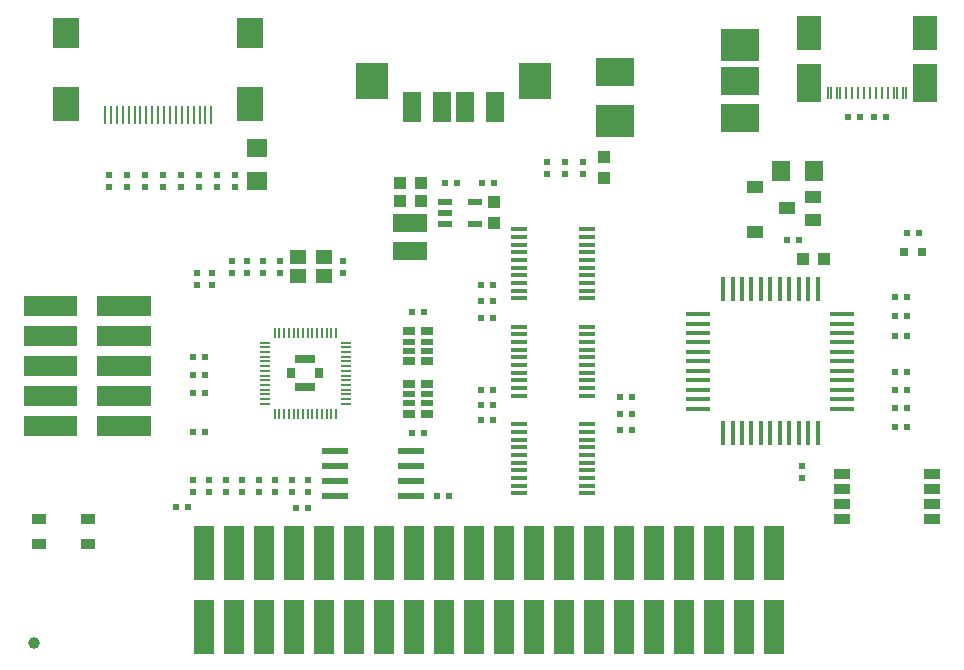
<source format=gbr>
G04 #@! TF.GenerationSoftware,KiCad,Pcbnew,5.1.0-rc2-unknown-036be7d~80~ubuntu16.04.1*
G04 #@! TF.CreationDate,2023-08-29T11:39:43+03:00*
G04 #@! TF.ProjectId,Neo6502_Rev_B,4e656f36-3530-4325-9f52-65765f422e6b,B*
G04 #@! TF.SameCoordinates,Original*
G04 #@! TF.FileFunction,Paste,Top*
G04 #@! TF.FilePolarity,Positive*
%FSLAX46Y46*%
G04 Gerber Fmt 4.6, Leading zero omitted, Abs format (unit mm)*
G04 Created by KiCad (PCBNEW 5.1.0-rc2-unknown-036be7d~80~ubuntu16.04.1) date 2023-08-29 11:39:43*
%MOMM*%
%LPD*%
G04 APERTURE LIST*
%ADD10R,0.280000X1.130000*%
%ADD11R,0.230000X1.130000*%
%ADD12R,2.100000X3.200000*%
%ADD13R,2.100000X3.000000*%
%ADD14R,2.800000X3.100000*%
%ADD15R,1.500000X2.500000*%
%ADD16R,2.300000X3.000000*%
%ADD17R,2.300000X2.600000*%
%ADD18R,0.230000X1.580000*%
%ADD19R,1.700000X4.550000*%
%ADD20C,1.700000*%
%ADD21C,0.100000*%
%ADD22R,3.253999X2.354000*%
%ADD23R,3.253999X2.754000*%
%ADD24R,0.550000X0.500000*%
%ADD25R,0.800000X0.800000*%
%ADD26R,0.500000X0.550000*%
%ADD27R,1.016000X1.016000*%
%ADD28R,1.400000X1.000000*%
%ADD29R,1.304000X0.904000*%
%ADD30R,1.800000X1.600000*%
%ADD31R,3.000000X1.600000*%
%ADD32R,1.400000X1.200000*%
%ADD33R,1.016000X0.762000*%
%ADD34R,1.016000X0.508000*%
%ADD35R,2.200000X0.600000*%
%ADD36R,1.700000X0.800000*%
%ADD37R,0.800000X0.949200*%
%ADD38R,0.886000X0.211000*%
%ADD39R,0.211000X0.886000*%
%ADD40R,1.200000X0.550000*%
%ADD41R,1.400000X0.350000*%
%ADD42R,1.524000X1.778000*%
%ADD43C,1.000000*%
%ADD44R,2.000000X0.400000*%
%ADD45R,0.400000X2.000000*%
%ADD46R,1.470000X0.960000*%
G04 APERTURE END LIST*
D10*
X168675000Y-71932000D03*
X175325000Y-71932000D03*
X168925000Y-71932000D03*
X175075000Y-71932000D03*
X169475000Y-71932000D03*
X174525000Y-71932000D03*
X169725000Y-71932000D03*
X174275000Y-71932000D03*
D11*
X172250000Y-71932000D03*
X171250000Y-71932000D03*
X170750000Y-71932000D03*
X171750000Y-71932000D03*
X170250000Y-71932000D03*
X172750000Y-71932000D03*
X173250000Y-71932000D03*
X173750000Y-71932000D03*
D12*
X176927600Y-71030000D03*
D13*
X176927600Y-66850000D03*
D12*
X167072400Y-71030000D03*
D13*
X167072400Y-66850000D03*
D14*
X130100000Y-70850000D03*
X143900000Y-70850000D03*
D15*
X133500000Y-73050000D03*
X136000000Y-73050000D03*
X138000000Y-73050000D03*
X140500000Y-73050000D03*
D16*
X119800000Y-72850000D03*
D17*
X119800000Y-66800000D03*
X104200000Y-66800000D03*
D16*
X104200000Y-72850000D03*
D18*
X116500000Y-73800000D03*
X116000000Y-73800000D03*
X115500000Y-73800000D03*
X115000000Y-73800000D03*
X114500000Y-73800000D03*
X114000000Y-73800000D03*
X113500000Y-73800000D03*
X113000000Y-73800000D03*
X112500000Y-73800000D03*
X112000000Y-73800000D03*
X111500000Y-73800000D03*
X111000000Y-73800000D03*
X110500000Y-73800000D03*
X110000000Y-73800000D03*
X109500000Y-73800000D03*
X109000000Y-73800000D03*
X108500000Y-73800000D03*
X108000000Y-73800000D03*
X107500000Y-73800000D03*
D19*
X164130000Y-110875000D03*
X161590000Y-110875000D03*
X159050000Y-110875000D03*
X156510000Y-110875000D03*
X153970000Y-110875000D03*
X151430000Y-110875000D03*
X148890000Y-110875000D03*
X146350000Y-110875000D03*
X143810000Y-110875000D03*
X141270000Y-110875000D03*
X115870000Y-110875000D03*
X118410000Y-110875000D03*
X120950000Y-110875000D03*
X123490000Y-110875000D03*
X126030000Y-110875000D03*
X128570000Y-110875000D03*
X131110000Y-110875000D03*
X133650000Y-110875000D03*
X136190000Y-110875000D03*
X136190000Y-117125000D03*
X138730000Y-117125000D03*
X164130000Y-117125000D03*
X161590000Y-117125000D03*
X159050000Y-117125000D03*
X156510000Y-117125000D03*
X153970000Y-117125000D03*
X151430000Y-117125000D03*
X148890000Y-117125000D03*
X146350000Y-117125000D03*
X143810000Y-117125000D03*
X141270000Y-117125000D03*
X133650000Y-117125000D03*
X131110000Y-117125000D03*
X128570000Y-117125000D03*
X126030000Y-117125000D03*
X123490000Y-117125000D03*
X120950000Y-117125000D03*
X118410000Y-117125000D03*
X115870000Y-117125000D03*
X138730000Y-110875000D03*
D20*
X102875000Y-89920000D03*
D21*
G36*
X100600000Y-89070000D02*
G01*
X105150000Y-89070000D01*
X105150000Y-90770000D01*
X100600000Y-90770000D01*
X100600000Y-89070000D01*
X100600000Y-89070000D01*
G37*
D20*
X102875000Y-92460000D03*
D21*
G36*
X100600000Y-91610000D02*
G01*
X105150000Y-91610000D01*
X105150000Y-93310000D01*
X100600000Y-93310000D01*
X100600000Y-91610000D01*
X100600000Y-91610000D01*
G37*
D20*
X102875000Y-95000000D03*
D21*
G36*
X100600000Y-94150000D02*
G01*
X105150000Y-94150000D01*
X105150000Y-95850000D01*
X100600000Y-95850000D01*
X100600000Y-94150000D01*
X100600000Y-94150000D01*
G37*
D20*
X102875000Y-97540000D03*
D21*
G36*
X100600000Y-96690000D02*
G01*
X105150000Y-96690000D01*
X105150000Y-98390000D01*
X100600000Y-98390000D01*
X100600000Y-96690000D01*
X100600000Y-96690000D01*
G37*
D20*
X102875000Y-100080000D03*
D21*
G36*
X100600000Y-99230000D02*
G01*
X105150000Y-99230000D01*
X105150000Y-100930000D01*
X100600000Y-100930000D01*
X100600000Y-99230000D01*
X100600000Y-99230000D01*
G37*
D20*
X109125000Y-100080000D03*
D21*
G36*
X106850000Y-99230000D02*
G01*
X111400000Y-99230000D01*
X111400000Y-100930000D01*
X106850000Y-100930000D01*
X106850000Y-99230000D01*
X106850000Y-99230000D01*
G37*
D20*
X109125000Y-97540000D03*
D21*
G36*
X106850000Y-96690000D02*
G01*
X111400000Y-96690000D01*
X111400000Y-98390000D01*
X106850000Y-98390000D01*
X106850000Y-96690000D01*
X106850000Y-96690000D01*
G37*
D20*
X109125000Y-89920000D03*
D21*
G36*
X106850000Y-89070000D02*
G01*
X111400000Y-89070000D01*
X111400000Y-90770000D01*
X106850000Y-90770000D01*
X106850000Y-89070000D01*
X106850000Y-89070000D01*
G37*
D20*
X109125000Y-92460000D03*
D21*
G36*
X106850000Y-91610000D02*
G01*
X111400000Y-91610000D01*
X111400000Y-93310000D01*
X106850000Y-93310000D01*
X106850000Y-91610000D01*
X106850000Y-91610000D01*
G37*
D20*
X109125000Y-95000000D03*
D21*
G36*
X106850000Y-94150000D02*
G01*
X111400000Y-94150000D01*
X111400000Y-95850000D01*
X106850000Y-95850000D01*
X106850000Y-94150000D01*
X106850000Y-94150000D01*
G37*
D22*
X161300000Y-70900000D03*
X150700000Y-70100000D03*
X161300000Y-74000000D03*
D23*
X150700000Y-74300000D03*
X161300000Y-67800000D03*
D24*
X166497000Y-103505000D03*
X166497000Y-104521000D03*
D25*
X176632000Y-85330000D03*
X175108000Y-85330000D03*
D26*
X175387000Y-83740000D03*
X176403000Y-83740000D03*
X114935000Y-97282000D03*
X115951000Y-97282000D03*
X139319000Y-88138000D03*
X140335000Y-88138000D03*
X114935000Y-95758000D03*
X115951000Y-95758000D03*
X165227000Y-84328000D03*
X166243000Y-84328000D03*
D24*
X146431000Y-77724000D03*
X146431000Y-78740000D03*
X144907000Y-77724000D03*
X144907000Y-78740000D03*
D27*
X168402000Y-85979000D03*
X166624000Y-85979000D03*
X149733000Y-77343000D03*
X149733000Y-79121000D03*
D24*
X147955000Y-77724000D03*
X147955000Y-78740000D03*
D28*
X162560000Y-83688000D03*
X162560000Y-79888000D03*
X167477440Y-82610960D03*
X167477440Y-80708500D03*
X165267640Y-81663540D03*
D29*
X106075000Y-110075000D03*
X101925000Y-110075000D03*
X106075000Y-107925000D03*
X101925000Y-107925000D03*
D26*
X124714000Y-107061000D03*
X123698000Y-107061000D03*
D24*
X116586000Y-87122000D03*
X116586000Y-88138000D03*
D26*
X134493000Y-100711000D03*
X133477000Y-100711000D03*
X133477000Y-90424000D03*
X134493000Y-90424000D03*
D24*
X119507000Y-87122000D03*
X119507000Y-86106000D03*
D26*
X114935000Y-94234000D03*
X115951000Y-94234000D03*
X115951000Y-100584000D03*
X114935000Y-100584000D03*
D24*
X123317000Y-104648000D03*
X123317000Y-105664000D03*
X121920000Y-105664000D03*
X121920000Y-104648000D03*
X114935000Y-105664000D03*
X114935000Y-104648000D03*
X116332000Y-105664000D03*
X116332000Y-104648000D03*
X117729000Y-104648000D03*
X117729000Y-105664000D03*
X118237000Y-87122000D03*
X118237000Y-86106000D03*
X124714000Y-105664000D03*
X124714000Y-104648000D03*
X127635000Y-86106000D03*
X127635000Y-87122000D03*
X122301000Y-86106000D03*
X122301000Y-87122000D03*
D27*
X140462000Y-82931000D03*
X140462000Y-81153000D03*
D26*
X174371000Y-95504001D03*
X175387000Y-95504001D03*
D27*
X132461001Y-81026000D03*
X134239001Y-81026000D03*
X134239000Y-79502000D03*
X132461000Y-79502000D03*
D26*
X152146000Y-97663000D03*
X151130000Y-97663000D03*
X151130000Y-99060000D03*
X152146000Y-99060000D03*
X139319000Y-89535000D03*
X140335000Y-89535000D03*
X140335000Y-90932000D03*
X139319000Y-90932000D03*
X139319000Y-98298000D03*
X140335000Y-98298000D03*
X139319000Y-99568000D03*
X140335000Y-99568000D03*
D30*
X120396000Y-79378000D03*
X120396000Y-76578000D03*
D31*
X133350000Y-85274000D03*
X133350000Y-82874000D03*
D32*
X126068000Y-85814000D03*
X123868000Y-87414000D03*
X123868000Y-85814000D03*
X126068000Y-87414000D03*
D26*
X136652000Y-106045000D03*
X135636000Y-106045000D03*
D24*
X115316000Y-88138000D03*
X115316000Y-87122000D03*
X120904000Y-87122000D03*
X120904000Y-86106000D03*
X119126000Y-104648000D03*
X119126000Y-105664000D03*
X120523000Y-105664000D03*
X120523000Y-104648000D03*
D26*
X113538000Y-106934000D03*
X114554000Y-106934000D03*
X171450000Y-73914000D03*
X170434000Y-73914000D03*
X173609000Y-73914000D03*
X172593000Y-73914000D03*
X175387000Y-97028000D03*
X174371000Y-97028000D03*
X136271000Y-79502000D03*
X137287000Y-79502000D03*
X139446000Y-79502000D03*
X140462000Y-79502000D03*
X174371000Y-92456000D03*
X175387000Y-92456000D03*
X175387000Y-90805000D03*
X174371000Y-90805000D03*
X174371000Y-89154000D03*
X175387000Y-89154000D03*
X175387000Y-100203000D03*
X174371000Y-100203000D03*
X174371000Y-98552000D03*
X175387000Y-98552000D03*
D24*
X107823000Y-79883000D03*
X107823000Y-78867000D03*
X109347000Y-78867000D03*
X109347000Y-79883000D03*
X110871000Y-79883000D03*
X110871000Y-78867000D03*
X112395000Y-78867000D03*
X112395000Y-79883000D03*
X113919000Y-79883000D03*
X113919000Y-78867000D03*
X115443000Y-78867000D03*
X115443000Y-79883000D03*
X116967000Y-79883000D03*
X116967000Y-78867000D03*
X118491000Y-78867000D03*
X118491000Y-79883000D03*
D26*
X139319000Y-97028000D03*
X140335000Y-97028000D03*
X152146000Y-100457000D03*
X151130000Y-100457000D03*
D33*
X134747000Y-96520000D03*
X133223000Y-96520000D03*
X134747000Y-99060000D03*
X133223000Y-99060000D03*
D34*
X134747000Y-97409000D03*
X134747000Y-98171000D03*
X133223000Y-97409000D03*
X133223000Y-98171000D03*
X133223000Y-93726000D03*
X133223000Y-92964000D03*
X134747000Y-93726000D03*
X134747000Y-92964000D03*
D33*
X133223000Y-94615000D03*
X134747000Y-94615000D03*
X133223000Y-92075000D03*
X134747000Y-92075000D03*
D35*
X133410000Y-106045000D03*
X133410000Y-104775000D03*
X133410000Y-103505000D03*
X133410000Y-102235000D03*
X126940000Y-102235000D03*
X126940000Y-103505000D03*
X126940000Y-104775000D03*
X126940000Y-106045000D03*
D36*
X124460000Y-96819800D03*
X124460000Y-94432200D03*
D37*
X125653800Y-95626000D03*
X123266200Y-95626000D03*
D38*
X127897500Y-98226000D03*
X127897500Y-97826000D03*
X127897500Y-97426000D03*
X127897500Y-97026000D03*
X127897500Y-96626000D03*
X127897500Y-96226000D03*
X127897500Y-95826000D03*
X127897500Y-95426000D03*
X127897500Y-95026000D03*
X127897500Y-94626000D03*
X127897500Y-94226000D03*
X127897500Y-93826000D03*
X127897500Y-93426000D03*
X127897500Y-93026000D03*
D39*
X127060000Y-92188500D03*
X126660000Y-92188500D03*
X126260000Y-92188500D03*
X125860000Y-92188500D03*
X125460000Y-92188500D03*
X125060000Y-92188500D03*
X124660000Y-92188500D03*
X124260000Y-92188500D03*
X123860000Y-92188500D03*
X123460000Y-92188500D03*
X123060000Y-92188500D03*
X122660000Y-92188500D03*
X122260000Y-92188500D03*
X121860000Y-92188500D03*
D38*
X121022500Y-93026000D03*
X121022500Y-93426000D03*
X121022500Y-93826000D03*
X121022500Y-94226000D03*
X121022500Y-94626000D03*
X121022500Y-95026000D03*
X121022500Y-95426000D03*
X121022500Y-95826000D03*
X121022500Y-96226000D03*
X121022500Y-96626000D03*
X121022500Y-97026000D03*
X121022500Y-97426000D03*
X121022500Y-97826000D03*
X121022500Y-98226000D03*
D39*
X121860000Y-99063500D03*
X122260000Y-99063500D03*
X122660000Y-99063500D03*
X123060000Y-99063500D03*
X123460000Y-99063500D03*
X123860000Y-99063500D03*
X124260000Y-99063500D03*
X124660000Y-99063500D03*
X125060000Y-99063500D03*
X125460000Y-99063500D03*
X125860000Y-99063500D03*
X126260000Y-99063500D03*
X126660000Y-99063500D03*
X127060000Y-99063500D03*
D40*
X138841000Y-82992000D03*
X138841000Y-81092000D03*
X136241000Y-82992000D03*
X136241000Y-82042000D03*
X136241000Y-81092000D03*
D41*
X148315000Y-83435000D03*
X148315000Y-84085000D03*
X148315000Y-84735000D03*
X148315000Y-85385000D03*
X148315000Y-86035000D03*
X148315000Y-86685000D03*
X148315000Y-87335000D03*
X148315000Y-87985000D03*
X148315000Y-88635000D03*
X148315000Y-89285000D03*
X142515000Y-89285000D03*
X142515000Y-88635000D03*
X142515000Y-87985000D03*
X142515000Y-87335000D03*
X142515000Y-86685000D03*
X142515000Y-86035000D03*
X142515000Y-85385000D03*
X142515000Y-84735000D03*
X142515000Y-84085000D03*
X142515000Y-83435000D03*
X148315000Y-91690000D03*
X148315000Y-92340000D03*
X148315000Y-92990000D03*
X148315000Y-93640000D03*
X148315000Y-94290000D03*
X148315000Y-94940000D03*
X148315000Y-95590000D03*
X148315000Y-96240000D03*
X148315000Y-96890000D03*
X148315000Y-97540000D03*
X142515000Y-97540000D03*
X142515000Y-96890000D03*
X142515000Y-96240000D03*
X142515000Y-95590000D03*
X142515000Y-94940000D03*
X142515000Y-94290000D03*
X142515000Y-93640000D03*
X142515000Y-92990000D03*
X142515000Y-92340000D03*
X142515000Y-91690000D03*
X148315000Y-105795000D03*
X148315000Y-105145000D03*
X148315000Y-104495000D03*
X148315000Y-103845000D03*
X148315000Y-103195000D03*
X148315000Y-102545000D03*
X148315000Y-101895000D03*
X148315000Y-101245000D03*
X148315000Y-100595000D03*
X148315000Y-99945000D03*
X142515000Y-99945000D03*
X142515000Y-100595000D03*
X142515000Y-101245000D03*
X142515000Y-101895000D03*
X142515000Y-102545000D03*
X142515000Y-103195000D03*
X142515000Y-103845000D03*
X142515000Y-104495000D03*
X142515000Y-105145000D03*
X142515000Y-105795000D03*
D42*
X167513000Y-78486000D03*
X164719000Y-78486000D03*
D43*
X101500000Y-118500000D03*
D44*
X169930000Y-90615000D03*
X169930000Y-91415000D03*
X169930000Y-92215000D03*
X169930000Y-93015000D03*
X169930000Y-93815000D03*
X169930000Y-94615000D03*
X169930000Y-95415000D03*
X169930000Y-96215000D03*
X169930000Y-97015000D03*
X169930000Y-97815000D03*
X169930000Y-98615000D03*
D45*
X167830000Y-100715000D03*
X167030000Y-100715000D03*
X166230000Y-100715000D03*
X165430000Y-100715000D03*
X164630000Y-100715000D03*
X163830000Y-100715000D03*
X163030000Y-100715000D03*
X162230000Y-100715000D03*
X161430000Y-100715000D03*
X160630000Y-100715000D03*
X159830000Y-100715000D03*
D44*
X157730000Y-98615000D03*
X157730000Y-97815000D03*
X157730000Y-97015000D03*
X157730000Y-96215000D03*
X157730000Y-95415000D03*
X157730000Y-94615000D03*
X157730000Y-93815000D03*
X157730000Y-93015000D03*
X157730000Y-92215000D03*
X157730000Y-91415000D03*
X157730000Y-90615000D03*
D45*
X159830000Y-88515000D03*
X160630000Y-88515000D03*
X161430000Y-88515000D03*
X162230000Y-88515000D03*
X163030000Y-88515000D03*
X163830000Y-88515000D03*
X164630000Y-88515000D03*
X165430000Y-88515000D03*
X166230000Y-88515000D03*
X167030000Y-88515000D03*
X167830000Y-88515000D03*
D46*
X177546000Y-107950000D03*
X177546000Y-106680000D03*
X177546000Y-105410000D03*
X177546000Y-104140000D03*
X169926000Y-104140000D03*
X169926000Y-105410000D03*
X169926000Y-106680000D03*
X169926000Y-107950000D03*
M02*

</source>
